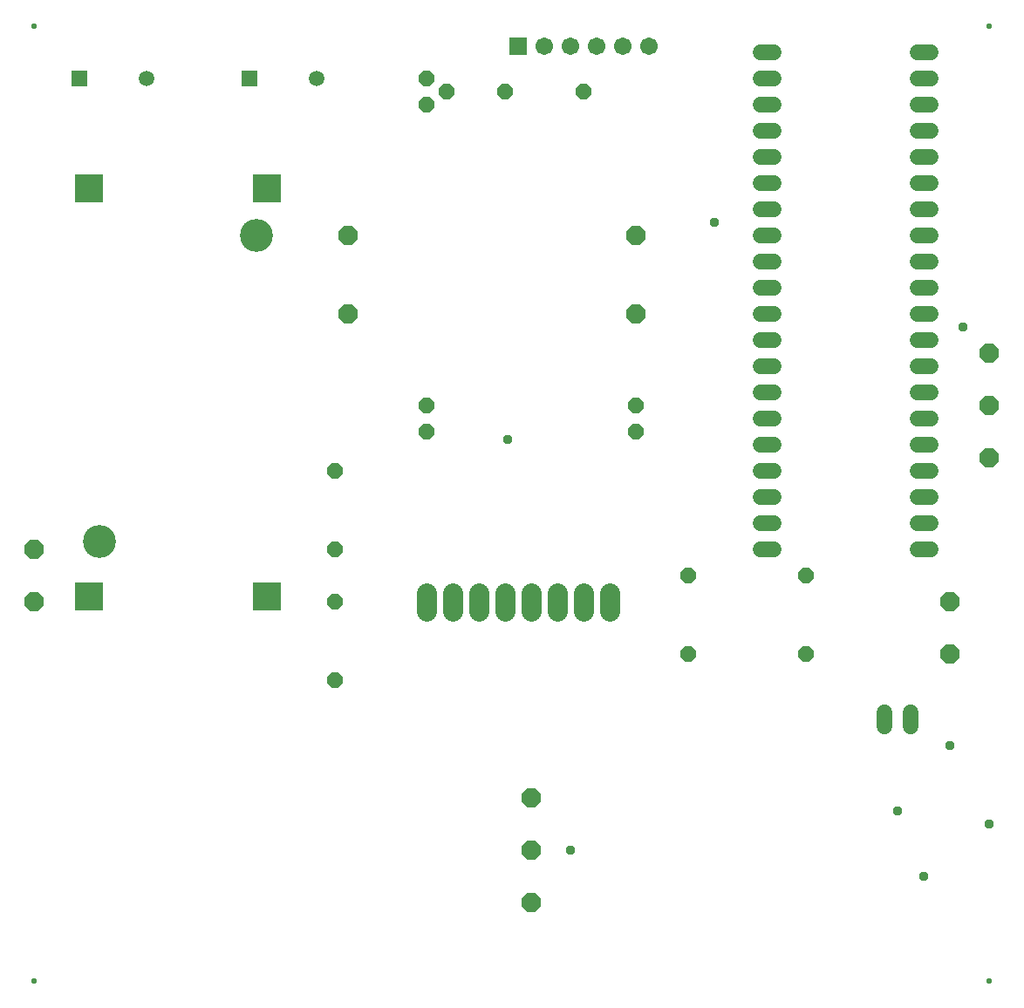
<source format=gbr>
G04 EAGLE Gerber RS-274X export*
G75*
%MOMM*%
%FSLAX34Y34*%
%LPD*%
%INSoldermask Bottom*%
%IPPOS*%
%AMOC8*
5,1,8,0,0,1.08239X$1,22.5*%
G01*
%ADD10C,0.553200*%
%ADD11C,1.511200*%
%ADD12C,1.981200*%
%ADD13P,1.649562X8X292.500000*%
%ADD14P,1.649562X8X112.500000*%
%ADD15P,1.649562X8X22.500000*%
%ADD16R,1.511200X1.511200*%
%ADD17C,1.511200*%
%ADD18R,2.703200X2.703200*%
%ADD19C,3.203200*%
%ADD20P,1.951982X8X22.500000*%
%ADD21C,1.711200*%
%ADD22R,1.711200X1.711200*%
%ADD23C,1.524000*%
%ADD24C,0.959600*%


D10*
X25400Y12700D03*
X952500Y12700D03*
X952500Y939800D03*
X25400Y939800D03*
D11*
X730060Y914400D02*
X743140Y914400D01*
X743140Y889000D02*
X730060Y889000D01*
X730060Y863600D02*
X743140Y863600D01*
X743140Y838200D02*
X730060Y838200D01*
X730060Y812800D02*
X743140Y812800D01*
X743140Y787400D02*
X730060Y787400D01*
X730060Y762000D02*
X743140Y762000D01*
X743140Y736600D02*
X730060Y736600D01*
X730060Y711200D02*
X743140Y711200D01*
X743140Y685800D02*
X730060Y685800D01*
X730060Y660400D02*
X743140Y660400D01*
X743140Y635000D02*
X730060Y635000D01*
X730060Y609600D02*
X743140Y609600D01*
X743140Y584200D02*
X730060Y584200D01*
X730060Y558800D02*
X743140Y558800D01*
X743140Y533400D02*
X730060Y533400D01*
X730060Y508000D02*
X743140Y508000D01*
X743140Y482600D02*
X730060Y482600D01*
X730060Y457200D02*
X743140Y457200D01*
X743140Y431800D02*
X730060Y431800D01*
X882460Y914400D02*
X895540Y914400D01*
X895540Y889000D02*
X882460Y889000D01*
X882460Y863600D02*
X895540Y863600D01*
X895540Y838200D02*
X882460Y838200D01*
X882460Y812800D02*
X895540Y812800D01*
X895540Y787400D02*
X882460Y787400D01*
X882460Y762000D02*
X895540Y762000D01*
X895540Y736600D02*
X882460Y736600D01*
X882460Y711200D02*
X895540Y711200D01*
X895540Y685800D02*
X882460Y685800D01*
X882460Y660400D02*
X895540Y660400D01*
X895540Y635000D02*
X882460Y635000D01*
X882460Y609600D02*
X895540Y609600D01*
X895540Y584200D02*
X882460Y584200D01*
X882460Y558800D02*
X895540Y558800D01*
X895540Y533400D02*
X882460Y533400D01*
X882460Y508000D02*
X895540Y508000D01*
X895540Y482600D02*
X882460Y482600D01*
X882460Y457200D02*
X895540Y457200D01*
X895540Y431800D02*
X882460Y431800D01*
D12*
X482600Y389890D02*
X482600Y372110D01*
X508000Y372110D02*
X508000Y389890D01*
X457200Y389890D02*
X457200Y372110D01*
X431800Y372110D02*
X431800Y389890D01*
X406400Y389890D02*
X406400Y372110D01*
X533400Y372110D02*
X533400Y389890D01*
X558800Y389890D02*
X558800Y372110D01*
X584200Y372110D02*
X584200Y389890D01*
D13*
X660400Y406400D03*
X660400Y330200D03*
D14*
X774700Y330200D03*
X774700Y406400D03*
D13*
X317500Y508000D03*
X317500Y431800D03*
X317500Y381000D03*
X317500Y304800D03*
D15*
X482600Y876300D03*
X558800Y876300D03*
D16*
X234200Y889000D03*
D17*
X299200Y889000D03*
D16*
X69100Y889000D03*
D17*
X134100Y889000D03*
D18*
X78740Y386080D03*
X251460Y386080D03*
X251460Y782320D03*
X78740Y782320D03*
D19*
X88900Y439420D03*
X241300Y736600D03*
D13*
X406400Y863600D03*
X425450Y876300D03*
X406400Y889000D03*
D20*
X609600Y736600D03*
X609600Y660400D03*
X330200Y736600D03*
X330200Y660400D03*
X914400Y381000D03*
X914400Y330200D03*
X952500Y622300D03*
X952500Y571500D03*
X952500Y520700D03*
X508000Y190500D03*
X508000Y139700D03*
X508000Y88900D03*
X25400Y431800D03*
X25400Y381000D03*
D21*
X520700Y920750D03*
D22*
X495300Y920750D03*
D21*
X546100Y920750D03*
X571500Y920750D03*
X596900Y920750D03*
X622300Y920750D03*
D14*
X609600Y546100D03*
X609600Y571500D03*
X406400Y546100D03*
X406400Y571500D03*
D23*
X876300Y273304D02*
X876300Y260096D01*
X850900Y260096D02*
X850900Y273304D01*
D24*
X685800Y749300D03*
X485100Y538894D03*
X927100Y647700D03*
X546100Y139700D03*
X914400Y241300D03*
X863600Y177800D03*
X952500Y165100D03*
X889000Y114300D03*
M02*

</source>
